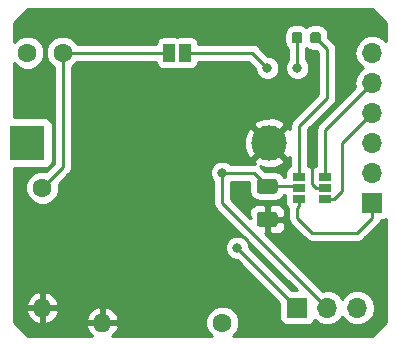
<source format=gbr>
G04 #@! TF.GenerationSoftware,KiCad,Pcbnew,(5.0.0)*
G04 #@! TF.CreationDate,2018-09-14T19:56:32-05:00*
G04 #@! TF.ProjectId,light sensitive demo,6C696768742073656E73697469766520,rev?*
G04 #@! TF.SameCoordinates,Original*
G04 #@! TF.FileFunction,Copper,L1,Top,Signal*
G04 #@! TF.FilePolarity,Positive*
%FSLAX46Y46*%
G04 Gerber Fmt 4.6, Leading zero omitted, Abs format (unit mm)*
G04 Created by KiCad (PCBNEW (5.0.0)) date 09/14/18 19:56:32*
%MOMM*%
%LPD*%
G01*
G04 APERTURE LIST*
G04 #@! TA.AperFunction,Conductor*
%ADD10C,0.100000*%
G04 #@! TD*
G04 #@! TA.AperFunction,SMDPad,CuDef*
%ADD11C,1.250000*%
G04 #@! TD*
G04 #@! TA.AperFunction,SMDPad,CuDef*
%ADD12C,0.875000*%
G04 #@! TD*
G04 #@! TA.AperFunction,SMDPad,CuDef*
%ADD13R,1.060000X0.650000*%
G04 #@! TD*
G04 #@! TA.AperFunction,ComponentPad*
%ADD14R,3.000000X3.000000*%
G04 #@! TD*
G04 #@! TA.AperFunction,ComponentPad*
%ADD15C,3.000000*%
G04 #@! TD*
G04 #@! TA.AperFunction,ComponentPad*
%ADD16R,1.700000X1.700000*%
G04 #@! TD*
G04 #@! TA.AperFunction,ComponentPad*
%ADD17O,1.700000X1.700000*%
G04 #@! TD*
G04 #@! TA.AperFunction,SMDPad,CuDef*
%ADD18R,1.000000X1.500000*%
G04 #@! TD*
G04 #@! TA.AperFunction,ComponentPad*
%ADD19C,1.600000*%
G04 #@! TD*
G04 #@! TA.AperFunction,ComponentPad*
%ADD20O,1.600000X1.600000*%
G04 #@! TD*
G04 #@! TA.AperFunction,ViaPad*
%ADD21C,0.800000*%
G04 #@! TD*
G04 #@! TA.AperFunction,Conductor*
%ADD22C,0.250000*%
G04 #@! TD*
G04 #@! TA.AperFunction,Conductor*
%ADD23C,0.254000*%
G04 #@! TD*
G04 APERTURE END LIST*
D10*
G04 #@! TO.N,VCC*
G04 #@! TO.C,C1*
G36*
X167019504Y-85606204D02*
X167043773Y-85609804D01*
X167067571Y-85615765D01*
X167090671Y-85624030D01*
X167112849Y-85634520D01*
X167133893Y-85647133D01*
X167153598Y-85661747D01*
X167171777Y-85678223D01*
X167188253Y-85696402D01*
X167202867Y-85716107D01*
X167215480Y-85737151D01*
X167225970Y-85759329D01*
X167234235Y-85782429D01*
X167240196Y-85806227D01*
X167243796Y-85830496D01*
X167245000Y-85855000D01*
X167245000Y-86605000D01*
X167243796Y-86629504D01*
X167240196Y-86653773D01*
X167234235Y-86677571D01*
X167225970Y-86700671D01*
X167215480Y-86722849D01*
X167202867Y-86743893D01*
X167188253Y-86763598D01*
X167171777Y-86781777D01*
X167153598Y-86798253D01*
X167133893Y-86812867D01*
X167112849Y-86825480D01*
X167090671Y-86835970D01*
X167067571Y-86844235D01*
X167043773Y-86850196D01*
X167019504Y-86853796D01*
X166995000Y-86855000D01*
X165745000Y-86855000D01*
X165720496Y-86853796D01*
X165696227Y-86850196D01*
X165672429Y-86844235D01*
X165649329Y-86835970D01*
X165627151Y-86825480D01*
X165606107Y-86812867D01*
X165586402Y-86798253D01*
X165568223Y-86781777D01*
X165551747Y-86763598D01*
X165537133Y-86743893D01*
X165524520Y-86722849D01*
X165514030Y-86700671D01*
X165505765Y-86677571D01*
X165499804Y-86653773D01*
X165496204Y-86629504D01*
X165495000Y-86605000D01*
X165495000Y-85855000D01*
X165496204Y-85830496D01*
X165499804Y-85806227D01*
X165505765Y-85782429D01*
X165514030Y-85759329D01*
X165524520Y-85737151D01*
X165537133Y-85716107D01*
X165551747Y-85696402D01*
X165568223Y-85678223D01*
X165586402Y-85661747D01*
X165606107Y-85647133D01*
X165627151Y-85634520D01*
X165649329Y-85624030D01*
X165672429Y-85615765D01*
X165696227Y-85609804D01*
X165720496Y-85606204D01*
X165745000Y-85605000D01*
X166995000Y-85605000D01*
X167019504Y-85606204D01*
X167019504Y-85606204D01*
G37*
D11*
G04 #@! TD*
G04 #@! TO.P,C1,1*
G04 #@! TO.N,VCC*
X166370000Y-86230000D03*
D10*
G04 #@! TO.N,GND*
G04 #@! TO.C,C1*
G36*
X167019504Y-88406204D02*
X167043773Y-88409804D01*
X167067571Y-88415765D01*
X167090671Y-88424030D01*
X167112849Y-88434520D01*
X167133893Y-88447133D01*
X167153598Y-88461747D01*
X167171777Y-88478223D01*
X167188253Y-88496402D01*
X167202867Y-88516107D01*
X167215480Y-88537151D01*
X167225970Y-88559329D01*
X167234235Y-88582429D01*
X167240196Y-88606227D01*
X167243796Y-88630496D01*
X167245000Y-88655000D01*
X167245000Y-89405000D01*
X167243796Y-89429504D01*
X167240196Y-89453773D01*
X167234235Y-89477571D01*
X167225970Y-89500671D01*
X167215480Y-89522849D01*
X167202867Y-89543893D01*
X167188253Y-89563598D01*
X167171777Y-89581777D01*
X167153598Y-89598253D01*
X167133893Y-89612867D01*
X167112849Y-89625480D01*
X167090671Y-89635970D01*
X167067571Y-89644235D01*
X167043773Y-89650196D01*
X167019504Y-89653796D01*
X166995000Y-89655000D01*
X165745000Y-89655000D01*
X165720496Y-89653796D01*
X165696227Y-89650196D01*
X165672429Y-89644235D01*
X165649329Y-89635970D01*
X165627151Y-89625480D01*
X165606107Y-89612867D01*
X165586402Y-89598253D01*
X165568223Y-89581777D01*
X165551747Y-89563598D01*
X165537133Y-89543893D01*
X165524520Y-89522849D01*
X165514030Y-89500671D01*
X165505765Y-89477571D01*
X165499804Y-89453773D01*
X165496204Y-89429504D01*
X165495000Y-89405000D01*
X165495000Y-88655000D01*
X165496204Y-88630496D01*
X165499804Y-88606227D01*
X165505765Y-88582429D01*
X165514030Y-88559329D01*
X165524520Y-88537151D01*
X165537133Y-88516107D01*
X165551747Y-88496402D01*
X165568223Y-88478223D01*
X165586402Y-88461747D01*
X165606107Y-88447133D01*
X165627151Y-88434520D01*
X165649329Y-88424030D01*
X165672429Y-88415765D01*
X165696227Y-88409804D01*
X165720496Y-88406204D01*
X165745000Y-88405000D01*
X166995000Y-88405000D01*
X167019504Y-88406204D01*
X167019504Y-88406204D01*
G37*
D11*
G04 #@! TD*
G04 #@! TO.P,C1,2*
G04 #@! TO.N,GND*
X166370000Y-89030000D03*
D10*
G04 #@! TO.N,Net-(D1-Pad1)*
G04 #@! TO.C,D1*
G36*
X169132691Y-73186053D02*
X169153926Y-73189203D01*
X169174750Y-73194419D01*
X169194962Y-73201651D01*
X169214368Y-73210830D01*
X169232781Y-73221866D01*
X169250024Y-73234654D01*
X169265930Y-73249070D01*
X169280346Y-73264976D01*
X169293134Y-73282219D01*
X169304170Y-73300632D01*
X169313349Y-73320038D01*
X169320581Y-73340250D01*
X169325797Y-73361074D01*
X169328947Y-73382309D01*
X169330000Y-73403750D01*
X169330000Y-73916250D01*
X169328947Y-73937691D01*
X169325797Y-73958926D01*
X169320581Y-73979750D01*
X169313349Y-73999962D01*
X169304170Y-74019368D01*
X169293134Y-74037781D01*
X169280346Y-74055024D01*
X169265930Y-74070930D01*
X169250024Y-74085346D01*
X169232781Y-74098134D01*
X169214368Y-74109170D01*
X169194962Y-74118349D01*
X169174750Y-74125581D01*
X169153926Y-74130797D01*
X169132691Y-74133947D01*
X169111250Y-74135000D01*
X168673750Y-74135000D01*
X168652309Y-74133947D01*
X168631074Y-74130797D01*
X168610250Y-74125581D01*
X168590038Y-74118349D01*
X168570632Y-74109170D01*
X168552219Y-74098134D01*
X168534976Y-74085346D01*
X168519070Y-74070930D01*
X168504654Y-74055024D01*
X168491866Y-74037781D01*
X168480830Y-74019368D01*
X168471651Y-73999962D01*
X168464419Y-73979750D01*
X168459203Y-73958926D01*
X168456053Y-73937691D01*
X168455000Y-73916250D01*
X168455000Y-73403750D01*
X168456053Y-73382309D01*
X168459203Y-73361074D01*
X168464419Y-73340250D01*
X168471651Y-73320038D01*
X168480830Y-73300632D01*
X168491866Y-73282219D01*
X168504654Y-73264976D01*
X168519070Y-73249070D01*
X168534976Y-73234654D01*
X168552219Y-73221866D01*
X168570632Y-73210830D01*
X168590038Y-73201651D01*
X168610250Y-73194419D01*
X168631074Y-73189203D01*
X168652309Y-73186053D01*
X168673750Y-73185000D01*
X169111250Y-73185000D01*
X169132691Y-73186053D01*
X169132691Y-73186053D01*
G37*
D12*
G04 #@! TD*
G04 #@! TO.P,D1,1*
G04 #@! TO.N,Net-(D1-Pad1)*
X168892500Y-73660000D03*
D10*
G04 #@! TO.N,Net-(D1-Pad2)*
G04 #@! TO.C,D1*
G36*
X170707691Y-73186053D02*
X170728926Y-73189203D01*
X170749750Y-73194419D01*
X170769962Y-73201651D01*
X170789368Y-73210830D01*
X170807781Y-73221866D01*
X170825024Y-73234654D01*
X170840930Y-73249070D01*
X170855346Y-73264976D01*
X170868134Y-73282219D01*
X170879170Y-73300632D01*
X170888349Y-73320038D01*
X170895581Y-73340250D01*
X170900797Y-73361074D01*
X170903947Y-73382309D01*
X170905000Y-73403750D01*
X170905000Y-73916250D01*
X170903947Y-73937691D01*
X170900797Y-73958926D01*
X170895581Y-73979750D01*
X170888349Y-73999962D01*
X170879170Y-74019368D01*
X170868134Y-74037781D01*
X170855346Y-74055024D01*
X170840930Y-74070930D01*
X170825024Y-74085346D01*
X170807781Y-74098134D01*
X170789368Y-74109170D01*
X170769962Y-74118349D01*
X170749750Y-74125581D01*
X170728926Y-74130797D01*
X170707691Y-74133947D01*
X170686250Y-74135000D01*
X170248750Y-74135000D01*
X170227309Y-74133947D01*
X170206074Y-74130797D01*
X170185250Y-74125581D01*
X170165038Y-74118349D01*
X170145632Y-74109170D01*
X170127219Y-74098134D01*
X170109976Y-74085346D01*
X170094070Y-74070930D01*
X170079654Y-74055024D01*
X170066866Y-74037781D01*
X170055830Y-74019368D01*
X170046651Y-73999962D01*
X170039419Y-73979750D01*
X170034203Y-73958926D01*
X170031053Y-73937691D01*
X170030000Y-73916250D01*
X170030000Y-73403750D01*
X170031053Y-73382309D01*
X170034203Y-73361074D01*
X170039419Y-73340250D01*
X170046651Y-73320038D01*
X170055830Y-73300632D01*
X170066866Y-73282219D01*
X170079654Y-73264976D01*
X170094070Y-73249070D01*
X170109976Y-73234654D01*
X170127219Y-73221866D01*
X170145632Y-73210830D01*
X170165038Y-73201651D01*
X170185250Y-73194419D01*
X170206074Y-73189203D01*
X170227309Y-73186053D01*
X170248750Y-73185000D01*
X170686250Y-73185000D01*
X170707691Y-73186053D01*
X170707691Y-73186053D01*
G37*
D12*
G04 #@! TD*
G04 #@! TO.P,D1,2*
G04 #@! TO.N,Net-(D1-Pad2)*
X170467500Y-73660000D03*
D13*
G04 #@! TO.P,U1,1*
G04 #@! TO.N,Net-(J1-Pad4)*
X171280000Y-87310000D03*
G04 #@! TO.P,U1,2*
G04 #@! TO.N,GND*
X171280000Y-86360000D03*
G04 #@! TO.P,U1,3*
G04 #@! TO.N,Net-(J1-Pad5)*
X171280000Y-85410000D03*
G04 #@! TO.P,U1,4*
G04 #@! TO.N,Net-(D1-Pad2)*
X169080000Y-85410000D03*
G04 #@! TO.P,U1,6*
G04 #@! TO.N,Net-(J1-Pad1)*
X169080000Y-87310000D03*
G04 #@! TO.P,U1,5*
G04 #@! TO.N,VCC*
X169080000Y-86360000D03*
G04 #@! TD*
D14*
G04 #@! TO.P,BT1,1*
G04 #@! TO.N,Net-(BT1-Pad1)*
X146050000Y-82550000D03*
D15*
G04 #@! TO.P,BT1,2*
G04 #@! TO.N,GND*
X166540000Y-82550000D03*
G04 #@! TD*
D16*
G04 #@! TO.P,J1,1*
G04 #@! TO.N,Net-(J1-Pad1)*
X175260000Y-87630000D03*
D17*
G04 #@! TO.P,J1,2*
G04 #@! TO.N,Net-(J1-Pad2)*
X175260000Y-85090000D03*
G04 #@! TO.P,J1,3*
G04 #@! TO.N,GND*
X175260000Y-82550000D03*
G04 #@! TO.P,J1,4*
G04 #@! TO.N,Net-(J1-Pad4)*
X175260000Y-80010000D03*
G04 #@! TO.P,J1,5*
G04 #@! TO.N,Net-(J1-Pad5)*
X175260000Y-77470000D03*
G04 #@! TO.P,J1,6*
G04 #@! TO.N,Net-(J1-Pad6)*
X175260000Y-74930000D03*
G04 #@! TD*
D18*
G04 #@! TO.P,JP1,2*
G04 #@! TO.N,Net-(J1-Pad4)*
X159400000Y-74930000D03*
G04 #@! TO.P,JP1,1*
G04 #@! TO.N,Net-(JP1-Pad1)*
X158100000Y-74930000D03*
G04 #@! TD*
D19*
G04 #@! TO.P,R1,1*
G04 #@! TO.N,VCC*
X146050000Y-74930000D03*
G04 #@! TO.P,R1,2*
G04 #@! TO.N,Net-(JP1-Pad1)*
X149050000Y-74930000D03*
G04 #@! TD*
D20*
G04 #@! TO.P,R2,2*
G04 #@! TO.N,GND*
X147320000Y-96520000D03*
D19*
G04 #@! TO.P,R2,1*
G04 #@! TO.N,Net-(JP1-Pad1)*
X147320000Y-86360000D03*
G04 #@! TD*
D20*
G04 #@! TO.P,R3,2*
G04 #@! TO.N,GND*
X152400000Y-97790000D03*
D19*
G04 #@! TO.P,R3,1*
G04 #@! TO.N,Net-(D1-Pad1)*
X162560000Y-97790000D03*
G04 #@! TD*
D16*
G04 #@! TO.P,SW1,1*
G04 #@! TO.N,Net-(BT1-Pad1)*
X168910000Y-96520000D03*
D17*
G04 #@! TO.P,SW1,2*
G04 #@! TO.N,VCC*
X171450000Y-96520000D03*
G04 #@! TO.P,SW1,3*
G04 #@! TO.N,Net-(J1-Pad2)*
X173990000Y-96520000D03*
G04 #@! TD*
D21*
G04 #@! TO.N,GND*
X170180000Y-82550000D03*
G04 #@! TO.N,Net-(BT1-Pad1)*
X163830000Y-91440000D03*
G04 #@! TO.N,VCC*
X162560000Y-85090000D03*
G04 #@! TO.N,Net-(J1-Pad4)*
X166370000Y-76200000D03*
G04 #@! TO.N,Net-(D1-Pad1)*
X168910000Y-76200000D03*
G04 #@! TD*
D22*
G04 #@! TO.N,GND*
X170500000Y-86360000D02*
X171280000Y-86360000D01*
X170180000Y-86040000D02*
X170500000Y-86360000D01*
X170180000Y-82550000D02*
X170180000Y-86040000D01*
G04 #@! TO.N,Net-(BT1-Pad1)*
X163830000Y-91440000D02*
X168910000Y-96520000D01*
G04 #@! TO.N,VCC*
X168950000Y-86230000D02*
X169080000Y-86360000D01*
X162560000Y-85090000D02*
X165230000Y-85090000D01*
X162560000Y-87630000D02*
X162560000Y-85090000D01*
X171450000Y-96520000D02*
X162560000Y-87630000D01*
X165230000Y-85090000D02*
X166370000Y-86230000D01*
X166370000Y-86230000D02*
X168950000Y-86230000D01*
G04 #@! TO.N,Net-(D1-Pad2)*
X169080000Y-85410000D02*
X169080000Y-81110000D01*
X169080000Y-81110000D02*
X171450000Y-78740000D01*
X171450000Y-74625000D02*
X170485000Y-73660000D01*
X171450000Y-78740000D02*
X171450000Y-74625000D01*
G04 #@! TO.N,Net-(J1-Pad1)*
X169080000Y-87310000D02*
X169080000Y-87885000D01*
X168910000Y-88055000D02*
X168910000Y-88900000D01*
X168910000Y-88900000D02*
X170180000Y-90170000D01*
X170180000Y-90170000D02*
X173990000Y-90170000D01*
X175260000Y-88900000D02*
X175260000Y-87630000D01*
X173990000Y-90170000D02*
X175260000Y-88900000D01*
X169080000Y-87885000D02*
X168910000Y-88055000D01*
G04 #@! TO.N,Net-(J1-Pad4)*
X172060000Y-87310000D02*
X172720000Y-86650000D01*
X171280000Y-87310000D02*
X172060000Y-87310000D01*
X172720000Y-82550000D02*
X175260000Y-80010000D01*
X172720000Y-86650000D02*
X172720000Y-82550000D01*
X165100000Y-74930000D02*
X166370000Y-76200000D01*
X159400000Y-74930000D02*
X165100000Y-74930000D01*
G04 #@! TO.N,Net-(J1-Pad5)*
X171280000Y-81450000D02*
X175260000Y-77470000D01*
X171280000Y-85410000D02*
X171280000Y-81450000D01*
G04 #@! TO.N,Net-(JP1-Pad1)*
X149050000Y-84630000D02*
X149050000Y-74930000D01*
X147320000Y-86360000D02*
X149050000Y-84630000D01*
X149050000Y-74930000D02*
X158100000Y-74930000D01*
G04 #@! TO.N,Net-(D1-Pad1)*
X168910000Y-73660000D02*
X168910000Y-76200000D01*
G04 #@! TD*
D23*
G04 #@! TO.N,GND*
G36*
X176403000Y-72442606D02*
X176403000Y-73967692D01*
X176330625Y-73859375D01*
X175839418Y-73531161D01*
X175406256Y-73445000D01*
X175113744Y-73445000D01*
X174680582Y-73531161D01*
X174189375Y-73859375D01*
X173861161Y-74350582D01*
X173745908Y-74930000D01*
X173861161Y-75509418D01*
X174189375Y-76000625D01*
X174487761Y-76200000D01*
X174189375Y-76399375D01*
X173861161Y-76890582D01*
X173745908Y-77470000D01*
X173818791Y-77836408D01*
X170795528Y-80859671D01*
X170732072Y-80902071D01*
X170689672Y-80965527D01*
X170689671Y-80965528D01*
X170564097Y-81153463D01*
X170505112Y-81450000D01*
X170520001Y-81524852D01*
X170520000Y-84483309D01*
X170502235Y-84486843D01*
X170292191Y-84627191D01*
X170180000Y-84795095D01*
X170067809Y-84627191D01*
X169857765Y-84486843D01*
X169840000Y-84483309D01*
X169840000Y-81424801D01*
X171934473Y-79330329D01*
X171997929Y-79287929D01*
X172165904Y-79036537D01*
X172210000Y-78814852D01*
X172210000Y-78814848D01*
X172224888Y-78740001D01*
X172210000Y-78665154D01*
X172210000Y-74699846D01*
X172224888Y-74624999D01*
X172210000Y-74550152D01*
X172210000Y-74550148D01*
X172165904Y-74328463D01*
X171997929Y-74077071D01*
X171934473Y-74034671D01*
X171552440Y-73652638D01*
X171552440Y-73403750D01*
X171486505Y-73072273D01*
X171298739Y-72791261D01*
X171017727Y-72603495D01*
X170686250Y-72537560D01*
X170248750Y-72537560D01*
X169917273Y-72603495D01*
X169680000Y-72762036D01*
X169442727Y-72603495D01*
X169111250Y-72537560D01*
X168673750Y-72537560D01*
X168342273Y-72603495D01*
X168061261Y-72791261D01*
X167873495Y-73072273D01*
X167807560Y-73403750D01*
X167807560Y-73916250D01*
X167873495Y-74247727D01*
X168061261Y-74528739D01*
X168150000Y-74588033D01*
X168150001Y-75496288D01*
X168032569Y-75613720D01*
X167875000Y-75994126D01*
X167875000Y-76405874D01*
X168032569Y-76786280D01*
X168323720Y-77077431D01*
X168704126Y-77235000D01*
X169115874Y-77235000D01*
X169496280Y-77077431D01*
X169787431Y-76786280D01*
X169945000Y-76405874D01*
X169945000Y-75994126D01*
X169787431Y-75613720D01*
X169670000Y-75496289D01*
X169670000Y-74564646D01*
X169680000Y-74557964D01*
X169917273Y-74716505D01*
X170248750Y-74782440D01*
X170532638Y-74782440D01*
X170690001Y-74939803D01*
X170690000Y-78425198D01*
X168595528Y-80519671D01*
X168532072Y-80562071D01*
X168489672Y-80625527D01*
X168489671Y-80625528D01*
X168364097Y-80813463D01*
X168305112Y-81110000D01*
X168320001Y-81184852D01*
X168320001Y-81348983D01*
X168053970Y-81215635D01*
X166719605Y-82550000D01*
X168053970Y-83884365D01*
X168320000Y-83751017D01*
X168320000Y-84483309D01*
X168302235Y-84486843D01*
X168092191Y-84627191D01*
X167951843Y-84837235D01*
X167902560Y-85085000D01*
X167902560Y-85470000D01*
X167796353Y-85470000D01*
X167629586Y-85220414D01*
X167338435Y-85025874D01*
X166995000Y-84957560D01*
X166172362Y-84957560D01*
X165820331Y-84605530D01*
X165780078Y-84545287D01*
X166156187Y-84692723D01*
X167005387Y-84676497D01*
X167714582Y-84382739D01*
X167874365Y-84063970D01*
X166540000Y-82729605D01*
X165205635Y-84063970D01*
X165342762Y-84337541D01*
X165304852Y-84330000D01*
X165304847Y-84330000D01*
X165230000Y-84315112D01*
X165155153Y-84330000D01*
X163263711Y-84330000D01*
X163146280Y-84212569D01*
X162765874Y-84055000D01*
X162354126Y-84055000D01*
X161973720Y-84212569D01*
X161682569Y-84503720D01*
X161525000Y-84884126D01*
X161525000Y-85295874D01*
X161682569Y-85676280D01*
X161800001Y-85793712D01*
X161800000Y-87555153D01*
X161785112Y-87630000D01*
X161800000Y-87704847D01*
X161800000Y-87704851D01*
X161844096Y-87926536D01*
X162012071Y-88177929D01*
X162075530Y-88220331D01*
X168877758Y-95022560D01*
X168487362Y-95022560D01*
X164865000Y-91400199D01*
X164865000Y-91234126D01*
X164707431Y-90853720D01*
X164416280Y-90562569D01*
X164035874Y-90405000D01*
X163624126Y-90405000D01*
X163243720Y-90562569D01*
X162952569Y-90853720D01*
X162795000Y-91234126D01*
X162795000Y-91645874D01*
X162952569Y-92026280D01*
X163243720Y-92317431D01*
X163624126Y-92475000D01*
X163790199Y-92475000D01*
X167412560Y-96097362D01*
X167412560Y-97370000D01*
X167461843Y-97617765D01*
X167602191Y-97827809D01*
X167812235Y-97968157D01*
X168060000Y-98017440D01*
X169760000Y-98017440D01*
X170007765Y-97968157D01*
X170217809Y-97827809D01*
X170358157Y-97617765D01*
X170367184Y-97572381D01*
X170379375Y-97590625D01*
X170870582Y-97918839D01*
X171303744Y-98005000D01*
X171596256Y-98005000D01*
X172029418Y-97918839D01*
X172520625Y-97590625D01*
X172720000Y-97292239D01*
X172919375Y-97590625D01*
X173410582Y-97918839D01*
X173843744Y-98005000D01*
X174136256Y-98005000D01*
X174569418Y-97918839D01*
X175060625Y-97590625D01*
X175388839Y-97099418D01*
X175504092Y-96520000D01*
X175388839Y-95940582D01*
X175060625Y-95449375D01*
X174569418Y-95121161D01*
X174136256Y-95035000D01*
X173843744Y-95035000D01*
X173410582Y-95121161D01*
X172919375Y-95449375D01*
X172720000Y-95747761D01*
X172520625Y-95449375D01*
X172029418Y-95121161D01*
X171596256Y-95035000D01*
X171303744Y-95035000D01*
X171083593Y-95078791D01*
X166189526Y-90184724D01*
X166243000Y-90131250D01*
X166243000Y-89157000D01*
X166497000Y-89157000D01*
X166497000Y-90131250D01*
X166655750Y-90290000D01*
X167371310Y-90290000D01*
X167604699Y-90193327D01*
X167783327Y-90014698D01*
X167880000Y-89781309D01*
X167880000Y-89315750D01*
X167721250Y-89157000D01*
X166497000Y-89157000D01*
X166243000Y-89157000D01*
X166223000Y-89157000D01*
X166223000Y-88903000D01*
X166243000Y-88903000D01*
X166243000Y-87928750D01*
X166497000Y-87928750D01*
X166497000Y-88903000D01*
X167721250Y-88903000D01*
X167880000Y-88744250D01*
X167880000Y-88278691D01*
X167783327Y-88045302D01*
X167604699Y-87866673D01*
X167371310Y-87770000D01*
X166655750Y-87770000D01*
X166497000Y-87928750D01*
X166243000Y-87928750D01*
X166084250Y-87770000D01*
X165368690Y-87770000D01*
X165135301Y-87866673D01*
X164956673Y-88045302D01*
X164860000Y-88278691D01*
X164860000Y-88744250D01*
X165018748Y-88902998D01*
X164907799Y-88902998D01*
X163320000Y-87315199D01*
X163320000Y-85850000D01*
X164848555Y-85850000D01*
X164847560Y-85855000D01*
X164847560Y-86605000D01*
X164915874Y-86948435D01*
X165110414Y-87239586D01*
X165401565Y-87434126D01*
X165745000Y-87502440D01*
X166995000Y-87502440D01*
X167338435Y-87434126D01*
X167629586Y-87239586D01*
X167796353Y-86990000D01*
X167902560Y-86990000D01*
X167902560Y-87635000D01*
X167951843Y-87882765D01*
X168092191Y-88092809D01*
X168150000Y-88131436D01*
X168150000Y-88825153D01*
X168135112Y-88900000D01*
X168150000Y-88974847D01*
X168150000Y-88974852D01*
X168194097Y-89196536D01*
X168194097Y-89196537D01*
X168273753Y-89315750D01*
X168362072Y-89447929D01*
X168425528Y-89490329D01*
X169589671Y-90654473D01*
X169632071Y-90717929D01*
X169883463Y-90885904D01*
X170105148Y-90930000D01*
X170105152Y-90930000D01*
X170179999Y-90944888D01*
X170254846Y-90930000D01*
X173915153Y-90930000D01*
X173990000Y-90944888D01*
X174064847Y-90930000D01*
X174064852Y-90930000D01*
X174286537Y-90885904D01*
X174537929Y-90717929D01*
X174580331Y-90654470D01*
X175744473Y-89490329D01*
X175807929Y-89447929D01*
X175975904Y-89196537D01*
X175989648Y-89127440D01*
X176110000Y-89127440D01*
X176357765Y-89078157D01*
X176403000Y-89047932D01*
X176403000Y-97737394D01*
X175207394Y-98933000D01*
X163446396Y-98933000D01*
X163776534Y-98602862D01*
X163995000Y-98075439D01*
X163995000Y-97504561D01*
X163776534Y-96977138D01*
X163372862Y-96573466D01*
X162845439Y-96355000D01*
X162274561Y-96355000D01*
X161747138Y-96573466D01*
X161343466Y-96977138D01*
X161125000Y-97504561D01*
X161125000Y-98075439D01*
X161343466Y-98602862D01*
X161673604Y-98933000D01*
X153263639Y-98933000D01*
X153631041Y-98527423D01*
X153791904Y-98139039D01*
X153669915Y-97917000D01*
X152527000Y-97917000D01*
X152527000Y-97937000D01*
X152273000Y-97937000D01*
X152273000Y-97917000D01*
X151130085Y-97917000D01*
X151008096Y-98139039D01*
X151168959Y-98527423D01*
X151536361Y-98933000D01*
X146102606Y-98933000D01*
X144907000Y-97737394D01*
X144907000Y-96869041D01*
X145928086Y-96869041D01*
X146167611Y-97375134D01*
X146582577Y-97751041D01*
X146970961Y-97911904D01*
X147193000Y-97789915D01*
X147193000Y-96647000D01*
X147447000Y-96647000D01*
X147447000Y-97789915D01*
X147669039Y-97911904D01*
X148057423Y-97751041D01*
X148399722Y-97440961D01*
X151008096Y-97440961D01*
X151130085Y-97663000D01*
X152273000Y-97663000D01*
X152273000Y-96519371D01*
X152527000Y-96519371D01*
X152527000Y-97663000D01*
X153669915Y-97663000D01*
X153791904Y-97440961D01*
X153631041Y-97052577D01*
X153255134Y-96637611D01*
X152749041Y-96398086D01*
X152527000Y-96519371D01*
X152273000Y-96519371D01*
X152050959Y-96398086D01*
X151544866Y-96637611D01*
X151168959Y-97052577D01*
X151008096Y-97440961D01*
X148399722Y-97440961D01*
X148472389Y-97375134D01*
X148711914Y-96869041D01*
X148590629Y-96647000D01*
X147447000Y-96647000D01*
X147193000Y-96647000D01*
X146049371Y-96647000D01*
X145928086Y-96869041D01*
X144907000Y-96869041D01*
X144907000Y-96170959D01*
X145928086Y-96170959D01*
X146049371Y-96393000D01*
X147193000Y-96393000D01*
X147193000Y-95250085D01*
X147447000Y-95250085D01*
X147447000Y-96393000D01*
X148590629Y-96393000D01*
X148711914Y-96170959D01*
X148472389Y-95664866D01*
X148057423Y-95288959D01*
X147669039Y-95128096D01*
X147447000Y-95250085D01*
X147193000Y-95250085D01*
X146970961Y-95128096D01*
X146582577Y-95288959D01*
X146167611Y-95664866D01*
X145928086Y-96170959D01*
X144907000Y-96170959D01*
X144907000Y-86074561D01*
X145885000Y-86074561D01*
X145885000Y-86645439D01*
X146103466Y-87172862D01*
X146507138Y-87576534D01*
X147034561Y-87795000D01*
X147605439Y-87795000D01*
X148132862Y-87576534D01*
X148536534Y-87172862D01*
X148755000Y-86645439D01*
X148755000Y-86074561D01*
X148733104Y-86021698D01*
X149534476Y-85220327D01*
X149597929Y-85177929D01*
X149640327Y-85114476D01*
X149640329Y-85114474D01*
X149765903Y-84926538D01*
X149765904Y-84926537D01*
X149810000Y-84704852D01*
X149810000Y-84704848D01*
X149824888Y-84630001D01*
X149810000Y-84555154D01*
X149810000Y-82166187D01*
X164397277Y-82166187D01*
X164413503Y-83015387D01*
X164707261Y-83724582D01*
X165026030Y-83884365D01*
X166360395Y-82550000D01*
X165026030Y-81215635D01*
X164707261Y-81375418D01*
X164397277Y-82166187D01*
X149810000Y-82166187D01*
X149810000Y-81036030D01*
X165205635Y-81036030D01*
X166540000Y-82370395D01*
X167874365Y-81036030D01*
X167714582Y-80717261D01*
X166923813Y-80407277D01*
X166074613Y-80423503D01*
X165365418Y-80717261D01*
X165205635Y-81036030D01*
X149810000Y-81036030D01*
X149810000Y-76168430D01*
X149862862Y-76146534D01*
X150266534Y-75742862D01*
X150288430Y-75690000D01*
X156954549Y-75690000D01*
X157001843Y-75927765D01*
X157142191Y-76137809D01*
X157352235Y-76278157D01*
X157600000Y-76327440D01*
X158600000Y-76327440D01*
X158750000Y-76297603D01*
X158900000Y-76327440D01*
X159900000Y-76327440D01*
X160147765Y-76278157D01*
X160357809Y-76137809D01*
X160498157Y-75927765D01*
X160545451Y-75690000D01*
X164785199Y-75690000D01*
X165335000Y-76239802D01*
X165335000Y-76405874D01*
X165492569Y-76786280D01*
X165783720Y-77077431D01*
X166164126Y-77235000D01*
X166575874Y-77235000D01*
X166956280Y-77077431D01*
X167247431Y-76786280D01*
X167405000Y-76405874D01*
X167405000Y-75994126D01*
X167247431Y-75613720D01*
X166956280Y-75322569D01*
X166575874Y-75165000D01*
X166409802Y-75165000D01*
X165690331Y-74445530D01*
X165647929Y-74382071D01*
X165396537Y-74214096D01*
X165174852Y-74170000D01*
X165174847Y-74170000D01*
X165100000Y-74155112D01*
X165025153Y-74170000D01*
X160545451Y-74170000D01*
X160498157Y-73932235D01*
X160357809Y-73722191D01*
X160147765Y-73581843D01*
X159900000Y-73532560D01*
X158900000Y-73532560D01*
X158750000Y-73562397D01*
X158600000Y-73532560D01*
X157600000Y-73532560D01*
X157352235Y-73581843D01*
X157142191Y-73722191D01*
X157001843Y-73932235D01*
X156954549Y-74170000D01*
X150288430Y-74170000D01*
X150266534Y-74117138D01*
X149862862Y-73713466D01*
X149335439Y-73495000D01*
X148764561Y-73495000D01*
X148237138Y-73713466D01*
X147833466Y-74117138D01*
X147615000Y-74644561D01*
X147615000Y-75215439D01*
X147833466Y-75742862D01*
X148237138Y-76146534D01*
X148290001Y-76168431D01*
X148290000Y-84315197D01*
X147658302Y-84946896D01*
X147605439Y-84925000D01*
X147034561Y-84925000D01*
X146507138Y-85143466D01*
X146103466Y-85547138D01*
X145885000Y-86074561D01*
X144907000Y-86074561D01*
X144907000Y-84697440D01*
X147550000Y-84697440D01*
X147797765Y-84648157D01*
X148007809Y-84507809D01*
X148148157Y-84297765D01*
X148197440Y-84050000D01*
X148197440Y-81050000D01*
X148148157Y-80802235D01*
X148007809Y-80592191D01*
X147797765Y-80451843D01*
X147550000Y-80402560D01*
X144907000Y-80402560D01*
X144907000Y-75816396D01*
X145237138Y-76146534D01*
X145764561Y-76365000D01*
X146335439Y-76365000D01*
X146862862Y-76146534D01*
X147266534Y-75742862D01*
X147485000Y-75215439D01*
X147485000Y-74644561D01*
X147266534Y-74117138D01*
X146862862Y-73713466D01*
X146335439Y-73495000D01*
X145764561Y-73495000D01*
X145237138Y-73713466D01*
X144907000Y-74043604D01*
X144907000Y-72442606D01*
X146102606Y-71247000D01*
X175207394Y-71247000D01*
X176403000Y-72442606D01*
X176403000Y-72442606D01*
G37*
X176403000Y-72442606D02*
X176403000Y-73967692D01*
X176330625Y-73859375D01*
X175839418Y-73531161D01*
X175406256Y-73445000D01*
X175113744Y-73445000D01*
X174680582Y-73531161D01*
X174189375Y-73859375D01*
X173861161Y-74350582D01*
X173745908Y-74930000D01*
X173861161Y-75509418D01*
X174189375Y-76000625D01*
X174487761Y-76200000D01*
X174189375Y-76399375D01*
X173861161Y-76890582D01*
X173745908Y-77470000D01*
X173818791Y-77836408D01*
X170795528Y-80859671D01*
X170732072Y-80902071D01*
X170689672Y-80965527D01*
X170689671Y-80965528D01*
X170564097Y-81153463D01*
X170505112Y-81450000D01*
X170520001Y-81524852D01*
X170520000Y-84483309D01*
X170502235Y-84486843D01*
X170292191Y-84627191D01*
X170180000Y-84795095D01*
X170067809Y-84627191D01*
X169857765Y-84486843D01*
X169840000Y-84483309D01*
X169840000Y-81424801D01*
X171934473Y-79330329D01*
X171997929Y-79287929D01*
X172165904Y-79036537D01*
X172210000Y-78814852D01*
X172210000Y-78814848D01*
X172224888Y-78740001D01*
X172210000Y-78665154D01*
X172210000Y-74699846D01*
X172224888Y-74624999D01*
X172210000Y-74550152D01*
X172210000Y-74550148D01*
X172165904Y-74328463D01*
X171997929Y-74077071D01*
X171934473Y-74034671D01*
X171552440Y-73652638D01*
X171552440Y-73403750D01*
X171486505Y-73072273D01*
X171298739Y-72791261D01*
X171017727Y-72603495D01*
X170686250Y-72537560D01*
X170248750Y-72537560D01*
X169917273Y-72603495D01*
X169680000Y-72762036D01*
X169442727Y-72603495D01*
X169111250Y-72537560D01*
X168673750Y-72537560D01*
X168342273Y-72603495D01*
X168061261Y-72791261D01*
X167873495Y-73072273D01*
X167807560Y-73403750D01*
X167807560Y-73916250D01*
X167873495Y-74247727D01*
X168061261Y-74528739D01*
X168150000Y-74588033D01*
X168150001Y-75496288D01*
X168032569Y-75613720D01*
X167875000Y-75994126D01*
X167875000Y-76405874D01*
X168032569Y-76786280D01*
X168323720Y-77077431D01*
X168704126Y-77235000D01*
X169115874Y-77235000D01*
X169496280Y-77077431D01*
X169787431Y-76786280D01*
X169945000Y-76405874D01*
X169945000Y-75994126D01*
X169787431Y-75613720D01*
X169670000Y-75496289D01*
X169670000Y-74564646D01*
X169680000Y-74557964D01*
X169917273Y-74716505D01*
X170248750Y-74782440D01*
X170532638Y-74782440D01*
X170690001Y-74939803D01*
X170690000Y-78425198D01*
X168595528Y-80519671D01*
X168532072Y-80562071D01*
X168489672Y-80625527D01*
X168489671Y-80625528D01*
X168364097Y-80813463D01*
X168305112Y-81110000D01*
X168320001Y-81184852D01*
X168320001Y-81348983D01*
X168053970Y-81215635D01*
X166719605Y-82550000D01*
X168053970Y-83884365D01*
X168320000Y-83751017D01*
X168320000Y-84483309D01*
X168302235Y-84486843D01*
X168092191Y-84627191D01*
X167951843Y-84837235D01*
X167902560Y-85085000D01*
X167902560Y-85470000D01*
X167796353Y-85470000D01*
X167629586Y-85220414D01*
X167338435Y-85025874D01*
X166995000Y-84957560D01*
X166172362Y-84957560D01*
X165820331Y-84605530D01*
X165780078Y-84545287D01*
X166156187Y-84692723D01*
X167005387Y-84676497D01*
X167714582Y-84382739D01*
X167874365Y-84063970D01*
X166540000Y-82729605D01*
X165205635Y-84063970D01*
X165342762Y-84337541D01*
X165304852Y-84330000D01*
X165304847Y-84330000D01*
X165230000Y-84315112D01*
X165155153Y-84330000D01*
X163263711Y-84330000D01*
X163146280Y-84212569D01*
X162765874Y-84055000D01*
X162354126Y-84055000D01*
X161973720Y-84212569D01*
X161682569Y-84503720D01*
X161525000Y-84884126D01*
X161525000Y-85295874D01*
X161682569Y-85676280D01*
X161800001Y-85793712D01*
X161800000Y-87555153D01*
X161785112Y-87630000D01*
X161800000Y-87704847D01*
X161800000Y-87704851D01*
X161844096Y-87926536D01*
X162012071Y-88177929D01*
X162075530Y-88220331D01*
X168877758Y-95022560D01*
X168487362Y-95022560D01*
X164865000Y-91400199D01*
X164865000Y-91234126D01*
X164707431Y-90853720D01*
X164416280Y-90562569D01*
X164035874Y-90405000D01*
X163624126Y-90405000D01*
X163243720Y-90562569D01*
X162952569Y-90853720D01*
X162795000Y-91234126D01*
X162795000Y-91645874D01*
X162952569Y-92026280D01*
X163243720Y-92317431D01*
X163624126Y-92475000D01*
X163790199Y-92475000D01*
X167412560Y-96097362D01*
X167412560Y-97370000D01*
X167461843Y-97617765D01*
X167602191Y-97827809D01*
X167812235Y-97968157D01*
X168060000Y-98017440D01*
X169760000Y-98017440D01*
X170007765Y-97968157D01*
X170217809Y-97827809D01*
X170358157Y-97617765D01*
X170367184Y-97572381D01*
X170379375Y-97590625D01*
X170870582Y-97918839D01*
X171303744Y-98005000D01*
X171596256Y-98005000D01*
X172029418Y-97918839D01*
X172520625Y-97590625D01*
X172720000Y-97292239D01*
X172919375Y-97590625D01*
X173410582Y-97918839D01*
X173843744Y-98005000D01*
X174136256Y-98005000D01*
X174569418Y-97918839D01*
X175060625Y-97590625D01*
X175388839Y-97099418D01*
X175504092Y-96520000D01*
X175388839Y-95940582D01*
X175060625Y-95449375D01*
X174569418Y-95121161D01*
X174136256Y-95035000D01*
X173843744Y-95035000D01*
X173410582Y-95121161D01*
X172919375Y-95449375D01*
X172720000Y-95747761D01*
X172520625Y-95449375D01*
X172029418Y-95121161D01*
X171596256Y-95035000D01*
X171303744Y-95035000D01*
X171083593Y-95078791D01*
X166189526Y-90184724D01*
X166243000Y-90131250D01*
X166243000Y-89157000D01*
X166497000Y-89157000D01*
X166497000Y-90131250D01*
X166655750Y-90290000D01*
X167371310Y-90290000D01*
X167604699Y-90193327D01*
X167783327Y-90014698D01*
X167880000Y-89781309D01*
X167880000Y-89315750D01*
X167721250Y-89157000D01*
X166497000Y-89157000D01*
X166243000Y-89157000D01*
X166223000Y-89157000D01*
X166223000Y-88903000D01*
X166243000Y-88903000D01*
X166243000Y-87928750D01*
X166497000Y-87928750D01*
X166497000Y-88903000D01*
X167721250Y-88903000D01*
X167880000Y-88744250D01*
X167880000Y-88278691D01*
X167783327Y-88045302D01*
X167604699Y-87866673D01*
X167371310Y-87770000D01*
X166655750Y-87770000D01*
X166497000Y-87928750D01*
X166243000Y-87928750D01*
X166084250Y-87770000D01*
X165368690Y-87770000D01*
X165135301Y-87866673D01*
X164956673Y-88045302D01*
X164860000Y-88278691D01*
X164860000Y-88744250D01*
X165018748Y-88902998D01*
X164907799Y-88902998D01*
X163320000Y-87315199D01*
X163320000Y-85850000D01*
X164848555Y-85850000D01*
X164847560Y-85855000D01*
X164847560Y-86605000D01*
X164915874Y-86948435D01*
X165110414Y-87239586D01*
X165401565Y-87434126D01*
X165745000Y-87502440D01*
X166995000Y-87502440D01*
X167338435Y-87434126D01*
X167629586Y-87239586D01*
X167796353Y-86990000D01*
X167902560Y-86990000D01*
X167902560Y-87635000D01*
X167951843Y-87882765D01*
X168092191Y-88092809D01*
X168150000Y-88131436D01*
X168150000Y-88825153D01*
X168135112Y-88900000D01*
X168150000Y-88974847D01*
X168150000Y-88974852D01*
X168194097Y-89196536D01*
X168194097Y-89196537D01*
X168273753Y-89315750D01*
X168362072Y-89447929D01*
X168425528Y-89490329D01*
X169589671Y-90654473D01*
X169632071Y-90717929D01*
X169883463Y-90885904D01*
X170105148Y-90930000D01*
X170105152Y-90930000D01*
X170179999Y-90944888D01*
X170254846Y-90930000D01*
X173915153Y-90930000D01*
X173990000Y-90944888D01*
X174064847Y-90930000D01*
X174064852Y-90930000D01*
X174286537Y-90885904D01*
X174537929Y-90717929D01*
X174580331Y-90654470D01*
X175744473Y-89490329D01*
X175807929Y-89447929D01*
X175975904Y-89196537D01*
X175989648Y-89127440D01*
X176110000Y-89127440D01*
X176357765Y-89078157D01*
X176403000Y-89047932D01*
X176403000Y-97737394D01*
X175207394Y-98933000D01*
X163446396Y-98933000D01*
X163776534Y-98602862D01*
X163995000Y-98075439D01*
X163995000Y-97504561D01*
X163776534Y-96977138D01*
X163372862Y-96573466D01*
X162845439Y-96355000D01*
X162274561Y-96355000D01*
X161747138Y-96573466D01*
X161343466Y-96977138D01*
X161125000Y-97504561D01*
X161125000Y-98075439D01*
X161343466Y-98602862D01*
X161673604Y-98933000D01*
X153263639Y-98933000D01*
X153631041Y-98527423D01*
X153791904Y-98139039D01*
X153669915Y-97917000D01*
X152527000Y-97917000D01*
X152527000Y-97937000D01*
X152273000Y-97937000D01*
X152273000Y-97917000D01*
X151130085Y-97917000D01*
X151008096Y-98139039D01*
X151168959Y-98527423D01*
X151536361Y-98933000D01*
X146102606Y-98933000D01*
X144907000Y-97737394D01*
X144907000Y-96869041D01*
X145928086Y-96869041D01*
X146167611Y-97375134D01*
X146582577Y-97751041D01*
X146970961Y-97911904D01*
X147193000Y-97789915D01*
X147193000Y-96647000D01*
X147447000Y-96647000D01*
X147447000Y-97789915D01*
X147669039Y-97911904D01*
X148057423Y-97751041D01*
X148399722Y-97440961D01*
X151008096Y-97440961D01*
X151130085Y-97663000D01*
X152273000Y-97663000D01*
X152273000Y-96519371D01*
X152527000Y-96519371D01*
X152527000Y-97663000D01*
X153669915Y-97663000D01*
X153791904Y-97440961D01*
X153631041Y-97052577D01*
X153255134Y-96637611D01*
X152749041Y-96398086D01*
X152527000Y-96519371D01*
X152273000Y-96519371D01*
X152050959Y-96398086D01*
X151544866Y-96637611D01*
X151168959Y-97052577D01*
X151008096Y-97440961D01*
X148399722Y-97440961D01*
X148472389Y-97375134D01*
X148711914Y-96869041D01*
X148590629Y-96647000D01*
X147447000Y-96647000D01*
X147193000Y-96647000D01*
X146049371Y-96647000D01*
X145928086Y-96869041D01*
X144907000Y-96869041D01*
X144907000Y-96170959D01*
X145928086Y-96170959D01*
X146049371Y-96393000D01*
X147193000Y-96393000D01*
X147193000Y-95250085D01*
X147447000Y-95250085D01*
X147447000Y-96393000D01*
X148590629Y-96393000D01*
X148711914Y-96170959D01*
X148472389Y-95664866D01*
X148057423Y-95288959D01*
X147669039Y-95128096D01*
X147447000Y-95250085D01*
X147193000Y-95250085D01*
X146970961Y-95128096D01*
X146582577Y-95288959D01*
X146167611Y-95664866D01*
X145928086Y-96170959D01*
X144907000Y-96170959D01*
X144907000Y-86074561D01*
X145885000Y-86074561D01*
X145885000Y-86645439D01*
X146103466Y-87172862D01*
X146507138Y-87576534D01*
X147034561Y-87795000D01*
X147605439Y-87795000D01*
X148132862Y-87576534D01*
X148536534Y-87172862D01*
X148755000Y-86645439D01*
X148755000Y-86074561D01*
X148733104Y-86021698D01*
X149534476Y-85220327D01*
X149597929Y-85177929D01*
X149640327Y-85114476D01*
X149640329Y-85114474D01*
X149765903Y-84926538D01*
X149765904Y-84926537D01*
X149810000Y-84704852D01*
X149810000Y-84704848D01*
X149824888Y-84630001D01*
X149810000Y-84555154D01*
X149810000Y-82166187D01*
X164397277Y-82166187D01*
X164413503Y-83015387D01*
X164707261Y-83724582D01*
X165026030Y-83884365D01*
X166360395Y-82550000D01*
X165026030Y-81215635D01*
X164707261Y-81375418D01*
X164397277Y-82166187D01*
X149810000Y-82166187D01*
X149810000Y-81036030D01*
X165205635Y-81036030D01*
X166540000Y-82370395D01*
X167874365Y-81036030D01*
X167714582Y-80717261D01*
X166923813Y-80407277D01*
X166074613Y-80423503D01*
X165365418Y-80717261D01*
X165205635Y-81036030D01*
X149810000Y-81036030D01*
X149810000Y-76168430D01*
X149862862Y-76146534D01*
X150266534Y-75742862D01*
X150288430Y-75690000D01*
X156954549Y-75690000D01*
X157001843Y-75927765D01*
X157142191Y-76137809D01*
X157352235Y-76278157D01*
X157600000Y-76327440D01*
X158600000Y-76327440D01*
X158750000Y-76297603D01*
X158900000Y-76327440D01*
X159900000Y-76327440D01*
X160147765Y-76278157D01*
X160357809Y-76137809D01*
X160498157Y-75927765D01*
X160545451Y-75690000D01*
X164785199Y-75690000D01*
X165335000Y-76239802D01*
X165335000Y-76405874D01*
X165492569Y-76786280D01*
X165783720Y-77077431D01*
X166164126Y-77235000D01*
X166575874Y-77235000D01*
X166956280Y-77077431D01*
X167247431Y-76786280D01*
X167405000Y-76405874D01*
X167405000Y-75994126D01*
X167247431Y-75613720D01*
X166956280Y-75322569D01*
X166575874Y-75165000D01*
X166409802Y-75165000D01*
X165690331Y-74445530D01*
X165647929Y-74382071D01*
X165396537Y-74214096D01*
X165174852Y-74170000D01*
X165174847Y-74170000D01*
X165100000Y-74155112D01*
X165025153Y-74170000D01*
X160545451Y-74170000D01*
X160498157Y-73932235D01*
X160357809Y-73722191D01*
X160147765Y-73581843D01*
X159900000Y-73532560D01*
X158900000Y-73532560D01*
X158750000Y-73562397D01*
X158600000Y-73532560D01*
X157600000Y-73532560D01*
X157352235Y-73581843D01*
X157142191Y-73722191D01*
X157001843Y-73932235D01*
X156954549Y-74170000D01*
X150288430Y-74170000D01*
X150266534Y-74117138D01*
X149862862Y-73713466D01*
X149335439Y-73495000D01*
X148764561Y-73495000D01*
X148237138Y-73713466D01*
X147833466Y-74117138D01*
X147615000Y-74644561D01*
X147615000Y-75215439D01*
X147833466Y-75742862D01*
X148237138Y-76146534D01*
X148290001Y-76168431D01*
X148290000Y-84315197D01*
X147658302Y-84946896D01*
X147605439Y-84925000D01*
X147034561Y-84925000D01*
X146507138Y-85143466D01*
X146103466Y-85547138D01*
X145885000Y-86074561D01*
X144907000Y-86074561D01*
X144907000Y-84697440D01*
X147550000Y-84697440D01*
X147797765Y-84648157D01*
X148007809Y-84507809D01*
X148148157Y-84297765D01*
X148197440Y-84050000D01*
X148197440Y-81050000D01*
X148148157Y-80802235D01*
X148007809Y-80592191D01*
X147797765Y-80451843D01*
X147550000Y-80402560D01*
X144907000Y-80402560D01*
X144907000Y-75816396D01*
X145237138Y-76146534D01*
X145764561Y-76365000D01*
X146335439Y-76365000D01*
X146862862Y-76146534D01*
X147266534Y-75742862D01*
X147485000Y-75215439D01*
X147485000Y-74644561D01*
X147266534Y-74117138D01*
X146862862Y-73713466D01*
X146335439Y-73495000D01*
X145764561Y-73495000D01*
X145237138Y-73713466D01*
X144907000Y-74043604D01*
X144907000Y-72442606D01*
X146102606Y-71247000D01*
X175207394Y-71247000D01*
X176403000Y-72442606D01*
G36*
X170273748Y-86232998D02*
X170257440Y-86232998D01*
X170257440Y-86216690D01*
X170273748Y-86232998D01*
X170273748Y-86232998D01*
G37*
X170273748Y-86232998D02*
X170257440Y-86232998D01*
X170257440Y-86216690D01*
X170273748Y-86232998D01*
G36*
X175387000Y-82423000D02*
X175407000Y-82423000D01*
X175407000Y-82677000D01*
X175387000Y-82677000D01*
X175387000Y-82697000D01*
X175133000Y-82697000D01*
X175133000Y-82677000D01*
X175113000Y-82677000D01*
X175113000Y-82423000D01*
X175133000Y-82423000D01*
X175133000Y-82403000D01*
X175387000Y-82403000D01*
X175387000Y-82423000D01*
X175387000Y-82423000D01*
G37*
X175387000Y-82423000D02*
X175407000Y-82423000D01*
X175407000Y-82677000D01*
X175387000Y-82677000D01*
X175387000Y-82697000D01*
X175133000Y-82697000D01*
X175133000Y-82677000D01*
X175113000Y-82677000D01*
X175113000Y-82423000D01*
X175133000Y-82423000D01*
X175133000Y-82403000D01*
X175387000Y-82403000D01*
X175387000Y-82423000D01*
G04 #@! TD*
M02*

</source>
